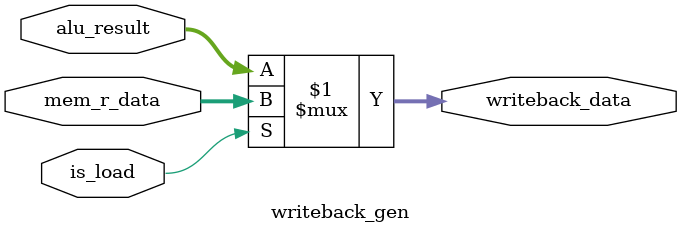
<source format=v>
`timescale 1ns / 1ps


module writeback_gen(is_load,mem_r_data,alu_result,writeback_data);
  input wire is_load;
  input wire [31:0] mem_r_data;
  input wire [31:0] alu_result;

  output wire [31:0] writeback_data;

  assign writeback_data = is_load ? mem_r_data : alu_result;
endmodule

</source>
